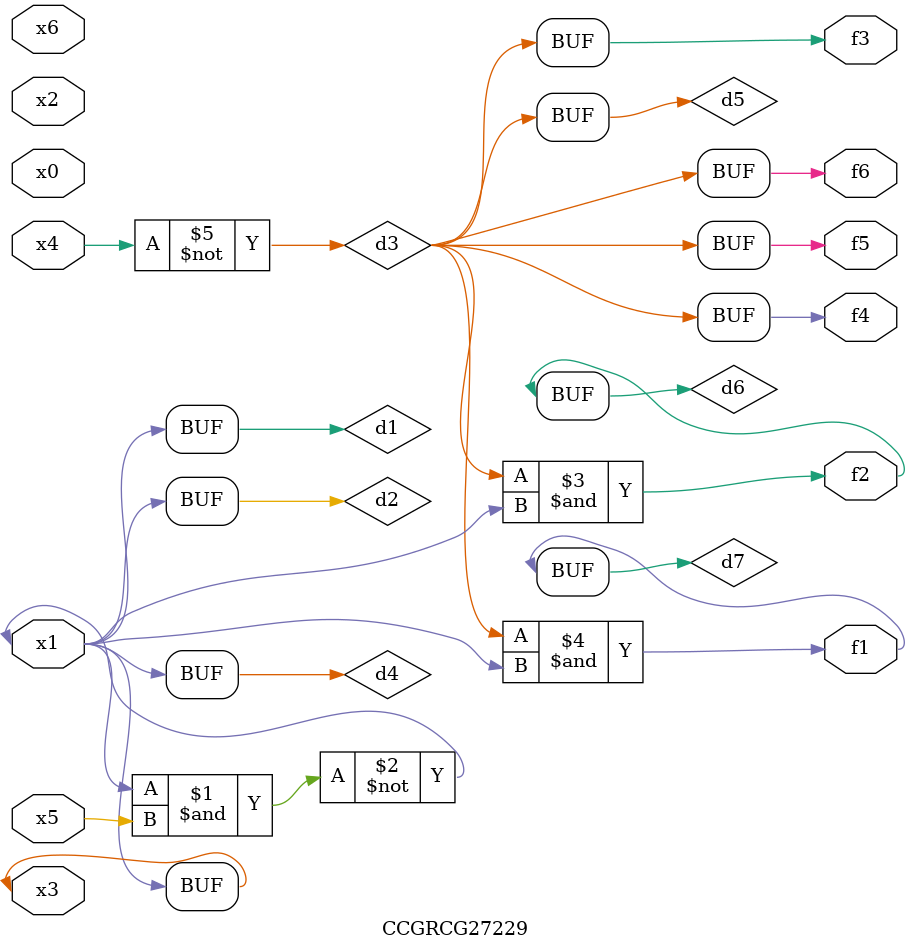
<source format=v>
module CCGRCG27229(
	input x0, x1, x2, x3, x4, x5, x6,
	output f1, f2, f3, f4, f5, f6
);

	wire d1, d2, d3, d4, d5, d6, d7;

	buf (d1, x1, x3);
	nand (d2, x1, x5);
	not (d3, x4);
	buf (d4, d1, d2);
	buf (d5, d3);
	and (d6, d3, d4);
	and (d7, d3, d4);
	assign f1 = d7;
	assign f2 = d6;
	assign f3 = d5;
	assign f4 = d5;
	assign f5 = d5;
	assign f6 = d5;
endmodule

</source>
